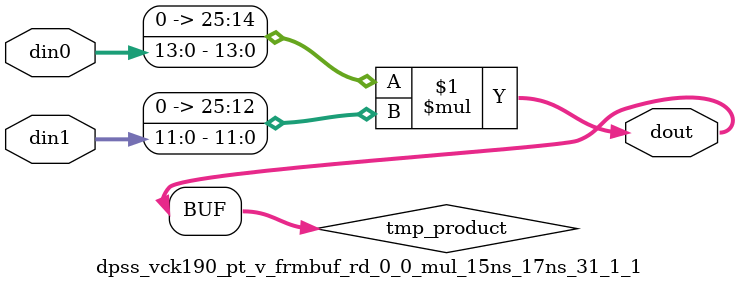
<source format=v>

`timescale 1 ns / 1 ps

  module dpss_vck190_pt_v_frmbuf_rd_0_0_mul_15ns_17ns_31_1_1(din0, din1, dout);
parameter ID = 1;
parameter NUM_STAGE = 0;
parameter din0_WIDTH = 14;
parameter din1_WIDTH = 12;
parameter dout_WIDTH = 26;

input [din0_WIDTH - 1 : 0] din0; 
input [din1_WIDTH - 1 : 0] din1; 
output [dout_WIDTH - 1 : 0] dout;

wire signed [dout_WIDTH - 1 : 0] tmp_product;










assign tmp_product = $signed({1'b0, din0}) * $signed({1'b0, din1});











assign dout = tmp_product;







endmodule

</source>
